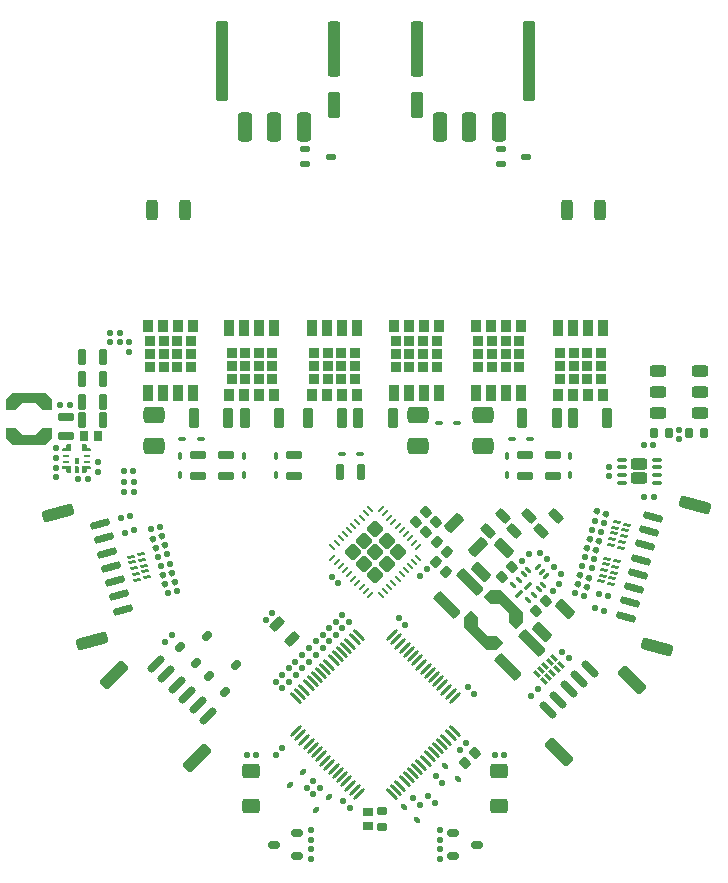
<source format=gbr>
%TF.GenerationSoftware,KiCad,Pcbnew,8.0.6-8.0.6-0~ubuntu24.04.1*%
%TF.CreationDate,2024-11-19T00:33:54+01:00*%
%TF.ProjectId,amulet_controller,616d756c-6574-45f6-936f-6e74726f6c6c,1.1*%
%TF.SameCoordinates,Original*%
%TF.FileFunction,Paste,Top*%
%TF.FilePolarity,Positive*%
%FSLAX46Y46*%
G04 Gerber Fmt 4.6, Leading zero omitted, Abs format (unit mm)*
G04 Created by KiCad (PCBNEW 8.0.6-8.0.6-0~ubuntu24.04.1) date 2024-11-19 00:33:54*
%MOMM*%
%LPD*%
G01*
G04 APERTURE LIST*
G04 Aperture macros list*
%AMRoundRect*
0 Rectangle with rounded corners*
0 $1 Rounding radius*
0 $2 $3 $4 $5 $6 $7 $8 $9 X,Y pos of 4 corners*
0 Add a 4 corners polygon primitive as box body*
4,1,4,$2,$3,$4,$5,$6,$7,$8,$9,$2,$3,0*
0 Add four circle primitives for the rounded corners*
1,1,$1+$1,$2,$3*
1,1,$1+$1,$4,$5*
1,1,$1+$1,$6,$7*
1,1,$1+$1,$8,$9*
0 Add four rect primitives between the rounded corners*
20,1,$1+$1,$2,$3,$4,$5,0*
20,1,$1+$1,$4,$5,$6,$7,0*
20,1,$1+$1,$6,$7,$8,$9,0*
20,1,$1+$1,$8,$9,$2,$3,0*%
%AMRotRect*
0 Rectangle, with rotation*
0 The origin of the aperture is its center*
0 $1 length*
0 $2 width*
0 $3 Rotation angle, in degrees counterclockwise*
0 Add horizontal line*
21,1,$1,$2,0,0,$3*%
%AMFreePoly0*
4,1,13,0.200001,0.350501,0.200001,-0.124500,0.150001,-0.174500,-0.500000,-0.174500,-0.550000,-0.124500,-0.550000,0.000501,-0.500000,0.050501,-0.249998,0.050501,-0.199998,0.100501,-0.199998,0.350501,-0.149998,0.400501,0.150001,0.400501,0.200001,0.350501,0.200001,0.350501,$1*%
%AMFreePoly1*
4,1,13,0.250001,0.124500,0.250001,-0.350503,0.200001,-0.400503,-0.099998,-0.400501,-0.149998,-0.350501,-0.149998,-0.100501,-0.199998,-0.050501,-0.450000,-0.050501,-0.500000,-0.000501,-0.500000,0.124500,-0.450000,0.174500,0.200001,0.174500,0.250001,0.124500,0.250001,0.124500,$1*%
%AMFreePoly2*
4,1,13,0.500000,0.124500,0.500000,-0.000501,0.450000,-0.050501,0.199998,-0.050501,0.149998,-0.100501,0.149998,-0.350501,0.099998,-0.400501,-0.200001,-0.400503,-0.250001,-0.350503,-0.250001,0.124500,-0.200001,0.174500,0.450000,0.174500,0.500000,0.124500,0.500000,0.124500,$1*%
%AMFreePoly3*
4,1,13,0.149998,0.350501,0.149998,0.100501,0.199998,0.050501,0.450000,0.050501,0.500000,0.000501,0.500000,-0.124500,0.450000,-0.174500,-0.200001,-0.174500,-0.250001,-0.124500,-0.250001,0.350501,-0.200001,0.400501,0.099998,0.400501,0.149998,0.350501,0.149998,0.350501,$1*%
%AMFreePoly4*
4,1,11,1.014999,1.170000,0.435000,0.575000,0.435000,-0.575000,1.014999,-1.170000,1.015000,-1.945000,0.125000,-1.945000,-0.434999,-1.395000,-0.434999,1.395000,0.125000,1.945000,1.015000,1.945000,1.014999,1.170000,1.014999,1.170000,$1*%
%AMFreePoly5*
4,1,11,0.434999,1.395000,0.434999,-1.395000,-0.125000,-1.945000,-1.015000,-1.945000,-1.014999,-1.170000,-0.435000,-0.575000,-0.435000,0.575000,-1.014999,1.170000,-1.015000,1.945000,-0.125000,1.945000,0.434999,1.395000,0.434999,1.395000,$1*%
G04 Aperture macros list end*
%ADD10C,0.000000*%
%ADD11RoundRect,0.237500X0.583363X-0.919239X0.919239X-0.583363X-0.583363X0.919239X-0.919239X0.583363X0*%
%ADD12R,0.900000X0.900000*%
%ADD13R,0.850000X1.450000*%
%ADD14R,0.850000X1.100000*%
%ADD15RoundRect,0.137500X-0.097227X-0.168402X0.168402X-0.097227X0.097227X0.168402X-0.168402X0.097227X0*%
%ADD16RoundRect,0.130000X-0.159217X-0.091924X0.091924X-0.159217X0.159217X0.091924X-0.091924X0.159217X0*%
%ADD17RoundRect,0.187500X-0.053033X0.318198X-0.318198X0.053033X0.053033X-0.318198X0.318198X-0.053033X0*%
%ADD18RoundRect,0.150000X0.350000X0.150000X-0.350000X0.150000X-0.350000X-0.150000X0.350000X-0.150000X0*%
%ADD19RoundRect,0.130000X-0.183848X0.000000X0.000000X-0.183848X0.183848X0.000000X0.000000X0.183848X0*%
%ADD20RoundRect,0.187500X-0.194454X0.459619X-0.459619X0.194454X0.194454X-0.459619X0.459619X-0.194454X0*%
%ADD21RoundRect,0.130000X-0.091924X-0.159217X0.159217X-0.091924X0.091924X0.159217X-0.159217X0.091924X0*%
%ADD22RoundRect,0.250000X-0.450000X-0.250000X0.450000X-0.250000X0.450000X0.250000X-0.450000X0.250000X0*%
%ADD23RoundRect,0.075000X-0.350000X-0.075000X0.350000X-0.075000X0.350000X0.075000X-0.350000X0.075000X0*%
%ADD24RoundRect,0.130000X0.183848X0.000000X0.000000X0.183848X-0.183848X0.000000X0.000000X-0.183848X0*%
%ADD25RoundRect,0.100000X-0.200000X-0.100000X0.200000X-0.100000X0.200000X0.100000X-0.200000X0.100000X0*%
%ADD26RotRect,0.250000X0.600000X225.000000*%
%ADD27RoundRect,0.187500X0.187500X0.462500X-0.187500X0.462500X-0.187500X-0.462500X0.187500X-0.462500X0*%
%ADD28RoundRect,0.310000X0.310000X0.940000X-0.310000X0.940000X-0.310000X-0.940000X0.310000X-0.940000X0*%
%ADD29RoundRect,0.275000X0.275000X0.822500X-0.275000X0.822500X-0.275000X-0.822500X0.275000X-0.822500X0*%
%ADD30RoundRect,0.275000X0.275000X3.122500X-0.275000X3.122500X-0.275000X-3.122500X0.275000X-3.122500X0*%
%ADD31RoundRect,0.275000X0.275000X2.077500X-0.275000X2.077500X-0.275000X-2.077500X0.275000X-2.077500X0*%
%ADD32RoundRect,0.187500X-0.462500X0.187500X-0.462500X-0.187500X0.462500X-0.187500X0.462500X0.187500X0*%
%ADD33RoundRect,0.130000X0.000000X0.183848X-0.183848X0.000000X0.000000X-0.183848X0.183848X0.000000X0*%
%ADD34RoundRect,0.137500X-0.137500X0.137500X-0.137500X-0.137500X0.137500X-0.137500X0.137500X0.137500X0*%
%ADD35RoundRect,0.100000X-0.212132X0.070711X0.070711X-0.212132X0.212132X-0.070711X-0.070711X0.212132X0*%
%ADD36RoundRect,0.240000X0.510000X-0.360000X0.510000X0.360000X-0.510000X0.360000X-0.510000X-0.360000X0*%
%ADD37RoundRect,0.137500X0.168402X0.097227X-0.097227X0.168402X-0.168402X-0.097227X0.097227X-0.168402X0*%
%ADD38RoundRect,0.195652X0.254348X0.654348X-0.254348X0.654348X-0.254348X-0.654348X0.254348X-0.654348X0*%
%ADD39RoundRect,0.137500X-0.194454X0.000000X0.000000X-0.194454X0.194454X0.000000X0.000000X0.194454X0*%
%ADD40RoundRect,0.130000X0.000000X-0.183848X0.183848X0.000000X0.000000X0.183848X-0.183848X0.000000X0*%
%ADD41RoundRect,0.162500X0.287500X-0.162500X0.287500X0.162500X-0.287500X0.162500X-0.287500X-0.162500X0*%
%ADD42RoundRect,0.187500X0.462500X-0.187500X0.462500X0.187500X-0.462500X0.187500X-0.462500X-0.187500X0*%
%ADD43RoundRect,0.195652X-0.642545X-0.282843X-0.282843X-0.642545X0.642545X0.282843X0.282843X0.642545X0*%
%ADD44RoundRect,0.137500X0.194454X0.000000X0.000000X0.194454X-0.194454X0.000000X0.000000X-0.194454X0*%
%ADD45RoundRect,0.137500X0.137500X0.137500X-0.137500X0.137500X-0.137500X-0.137500X0.137500X-0.137500X0*%
%ADD46RoundRect,0.137500X0.000000X-0.194454X0.194454X0.000000X0.000000X0.194454X-0.194454X0.000000X0*%
%ADD47RoundRect,0.350000X0.550000X-0.350000X0.550000X0.350000X-0.550000X0.350000X-0.550000X-0.350000X0*%
%ADD48RoundRect,0.130000X0.159217X0.091924X-0.091924X0.159217X-0.159217X-0.091924X0.091924X-0.159217X0*%
%ADD49RoundRect,0.130000X-0.130000X0.130000X-0.130000X-0.130000X0.130000X-0.130000X0.130000X0.130000X0*%
%ADD50RoundRect,0.175000X-0.500000X0.175000X-0.500000X-0.175000X0.500000X-0.175000X0.500000X0.175000X0*%
%ADD51RoundRect,0.137500X0.137500X-0.137500X0.137500X0.137500X-0.137500X0.137500X-0.137500X-0.137500X0*%
%ADD52RoundRect,0.187500X-0.459619X-0.194454X-0.194454X-0.459619X0.459619X0.194454X0.194454X0.459619X0*%
%ADD53RoundRect,0.206521X-0.268479X-0.643479X0.268479X-0.643479X0.268479X0.643479X-0.268479X0.643479X0*%
%ADD54RoundRect,0.187500X0.262500X-0.187500X0.262500X0.187500X-0.262500X0.187500X-0.262500X-0.187500X0*%
%ADD55RoundRect,0.150000X-0.106066X-0.318198X0.318198X0.106066X0.106066X0.318198X-0.318198X-0.106066X0*%
%ADD56RoundRect,0.137500X-0.262500X-0.137500X0.262500X-0.137500X0.262500X0.137500X-0.262500X0.137500X0*%
%ADD57RoundRect,0.062500X-0.123744X0.212132X-0.212132X0.123744X0.123744X-0.212132X0.212132X-0.123744X0*%
%ADD58RoundRect,0.062500X0.212132X0.123744X0.123744X0.212132X-0.212132X-0.123744X-0.123744X-0.212132X0*%
%ADD59RoundRect,0.062500X0.286555X0.198167X0.198167X0.286555X-0.286555X-0.198167X-0.198167X-0.286555X0*%
%ADD60RoundRect,0.130000X0.091924X0.159217X-0.159217X0.091924X-0.091924X-0.159217X0.159217X-0.091924X0*%
%ADD61RoundRect,0.130000X0.130000X0.130000X-0.130000X0.130000X-0.130000X-0.130000X0.130000X-0.130000X0*%
%ADD62RoundRect,0.206521X0.268479X0.643479X-0.268479X0.643479X-0.268479X-0.643479X0.268479X-0.643479X0*%
%ADD63RoundRect,0.150000X-0.601041X-0.388909X-0.388909X-0.601041X0.601041X0.388909X0.388909X0.601041X0*%
%ADD64RoundRect,0.250000X-0.954594X-0.601041X-0.601041X-0.954594X0.954594X0.601041X0.601041X0.954594X0*%
%ADD65RoundRect,0.187500X0.194454X-0.459619X0.459619X-0.194454X-0.194454X0.459619X-0.459619X0.194454X0*%
%ADD66FreePoly0,180.000000*%
%ADD67R,0.600000X0.250000*%
%ADD68FreePoly1,180.000000*%
%ADD69FreePoly2,180.000000*%
%ADD70FreePoly3,180.000000*%
%ADD71RoundRect,0.130000X-0.130000X-0.130000X0.130000X-0.130000X0.130000X0.130000X-0.130000X0.130000X0*%
%ADD72RoundRect,0.070000X0.325269X0.424264X-0.424264X-0.325269X-0.325269X-0.424264X0.424264X0.325269X0*%
%ADD73RoundRect,0.070000X-0.325269X0.424264X-0.424264X0.325269X0.325269X-0.424264X0.424264X-0.325269X0*%
%ADD74RoundRect,0.100000X0.100000X-0.200000X0.100000X0.200000X-0.100000X0.200000X-0.100000X-0.200000X0*%
%ADD75RoundRect,0.150000X0.637325X-0.326062X0.714971X-0.036284X-0.637325X0.326062X-0.714971X0.036284X0*%
%ADD76RoundRect,0.250000X0.997814X-0.526182X1.127223X-0.043219X-0.997814X0.526182X-1.127223X0.043219X0*%
%ADD77FreePoly4,225.000000*%
%ADD78FreePoly5,225.000000*%
%ADD79RoundRect,0.130000X0.130000X-0.130000X0.130000X0.130000X-0.130000X0.130000X-0.130000X-0.130000X0*%
%ADD80RoundRect,0.187500X-0.318198X-0.053033X-0.053033X-0.318198X0.318198X0.053033X0.053033X0.318198X0*%
%ADD81RoundRect,0.150000X0.388909X-0.601041X0.601041X-0.388909X-0.388909X0.601041X-0.601041X0.388909X0*%
%ADD82RoundRect,0.250000X0.601041X-0.954594X0.954594X-0.601041X-0.601041X0.954594X-0.954594X0.601041X0*%
%ADD83RoundRect,0.187500X0.053033X-0.318198X0.318198X-0.053033X-0.053033X0.318198X-0.318198X0.053033X0*%
%ADD84RoundRect,0.206521X-0.265165X0.644852X-0.644852X0.265165X0.265165X-0.644852X0.644852X-0.265165X0*%
%ADD85RoundRect,0.195652X-0.254348X-0.654348X0.254348X-0.654348X0.254348X0.654348X-0.254348X0.654348X0*%
%ADD86RoundRect,0.162500X0.162500X0.287500X-0.162500X0.287500X-0.162500X-0.287500X0.162500X-0.287500X0*%
%ADD87RoundRect,0.150000X-0.350000X-0.150000X0.350000X-0.150000X0.350000X0.150000X-0.350000X0.150000X0*%
%ADD88RotRect,0.250000X0.600000X255.000000*%
%ADD89RoundRect,0.100000X-0.070711X-0.212132X0.212132X0.070711X0.070711X0.212132X-0.212132X-0.070711X0*%
%ADD90RoundRect,0.187500X0.187500X0.262500X-0.187500X0.262500X-0.187500X-0.262500X0.187500X-0.262500X0*%
%ADD91RoundRect,0.100000X0.200000X0.100000X-0.200000X0.100000X-0.200000X-0.100000X0.200000X-0.100000X0*%
%ADD92RoundRect,0.137500X0.000000X0.194454X-0.194454X0.000000X0.000000X-0.194454X0.194454X0.000000X0*%
%ADD93RoundRect,0.187500X-0.187500X-0.462500X0.187500X-0.462500X0.187500X0.462500X-0.187500X0.462500X0*%
%ADD94RotRect,0.250000X0.600000X105.000000*%
%ADD95FreePoly4,90.000000*%
%ADD96FreePoly5,90.000000*%
%ADD97RoundRect,0.230000X0.000000X0.487904X-0.487904X0.000000X0.000000X-0.487904X0.487904X0.000000X0*%
%ADD98RoundRect,0.234000X0.000000X0.496389X-0.496389X0.000000X0.000000X-0.496389X0.496389X0.000000X0*%
%ADD99RoundRect,0.055000X0.134350X0.212132X-0.212132X-0.134350X-0.134350X-0.212132X0.212132X0.134350X0*%
%ADD100RoundRect,0.055000X-0.134350X0.212132X-0.212132X0.134350X0.134350X-0.212132X0.212132X-0.134350X0*%
%ADD101RoundRect,0.150000X-0.714971X-0.036284X-0.637325X-0.326062X0.714971X0.036284X0.637325X0.326062X0*%
%ADD102RoundRect,0.250000X-1.127223X-0.043219X-0.997814X-0.526182X1.127223X0.043219X0.997814X0.526182X0*%
%ADD103RoundRect,0.250000X0.450000X0.250000X-0.450000X0.250000X-0.450000X-0.250000X0.450000X-0.250000X0*%
G04 APERTURE END LIST*
D10*
%TO.C,U2*%
G36*
X123375400Y-87538101D02*
G01*
X123375400Y-87988100D01*
X123325400Y-88038100D01*
X123075401Y-88038100D01*
X123025401Y-87988100D01*
X123025401Y-87538101D01*
X123075401Y-87488101D01*
X123325400Y-87488101D01*
X123375400Y-87538101D01*
G37*
G36*
X123375400Y-87538101D02*
G01*
X123375400Y-87988100D01*
X123325400Y-88038100D01*
X123075401Y-88038100D01*
X123025401Y-87988100D01*
X123025401Y-87538101D01*
X123075401Y-87488101D01*
X123325400Y-87488101D01*
X123375400Y-87538101D01*
G37*
G36*
X123375400Y-86788103D02*
G01*
X123375397Y-87238102D01*
X123325397Y-87288102D01*
X123075398Y-87288102D01*
X123025398Y-87238102D01*
X123025398Y-86788103D01*
X123075398Y-86738103D01*
X123325400Y-86738103D01*
X123375400Y-86788103D01*
G37*
G36*
X122750397Y-87513600D02*
G01*
X122750400Y-87913600D01*
X122700400Y-87963602D01*
X122400401Y-87963602D01*
X122350401Y-87913602D01*
X122350401Y-87738601D01*
X122300401Y-87688601D01*
X122050401Y-87688601D01*
X122000401Y-87638599D01*
X122000404Y-87513600D01*
X122050401Y-87463603D01*
X122700400Y-87463603D01*
X122750397Y-87513600D01*
G37*
G36*
X124400394Y-87513600D02*
G01*
X124400397Y-87638599D01*
X124350397Y-87688601D01*
X124100397Y-87688601D01*
X124050397Y-87738601D01*
X124050397Y-87913602D01*
X124000397Y-87963602D01*
X123700398Y-87963602D01*
X123650398Y-87913600D01*
X123650401Y-87513600D01*
X123700398Y-87463603D01*
X124350397Y-87463603D01*
X124400394Y-87513600D01*
G37*
G36*
X124000397Y-85637599D02*
G01*
X124050397Y-85687599D01*
X124050397Y-85937599D01*
X124100397Y-85987599D01*
X124350399Y-85987599D01*
X124400399Y-86037599D01*
X124400399Y-86162600D01*
X124350399Y-86212600D01*
X123700398Y-86212600D01*
X123650398Y-86162600D01*
X123650398Y-85687597D01*
X123700398Y-85637597D01*
X124000397Y-85637599D01*
G37*
%TD*%
D11*
%TO.C,C38*%
X159742740Y-104427232D03*
X161722638Y-102447334D03*
%TD*%
D12*
%TO.C,Q3*%
X146775400Y-77900100D03*
X145625400Y-77900100D03*
X144475400Y-77900100D03*
X143325400Y-77900100D03*
X146775400Y-79000100D03*
X145625400Y-79000100D03*
X144475400Y-79000100D03*
X143325400Y-79000100D03*
X146775400Y-80100100D03*
X145625400Y-80100100D03*
X144475400Y-80100100D03*
X143325400Y-80100100D03*
D13*
X146955400Y-75750100D03*
X145685400Y-75750100D03*
X144415400Y-75750100D03*
X143145400Y-75750100D03*
D14*
X143145400Y-81425100D03*
X144415400Y-81425100D03*
X145685400Y-81425100D03*
X146955400Y-81425100D03*
%TD*%
D15*
%TO.C,R42*%
X130521710Y-96685879D03*
X131294450Y-96478823D03*
%TD*%
D16*
%TO.C,C124*%
X165415645Y-98241230D03*
X166188385Y-98448286D03*
%TD*%
D17*
%TO.C,C1*%
X156924664Y-111725836D03*
X156076136Y-112574364D03*
%TD*%
D18*
%TO.C,Q7*%
X141900400Y-120450100D03*
X141900400Y-118550100D03*
X139900400Y-119500100D03*
%TD*%
D19*
%TO.C,C128*%
X164307557Y-103177257D03*
X164873243Y-103742943D03*
%TD*%
D20*
%TO.C,C16*%
X159286796Y-91663704D03*
X158014004Y-92936496D03*
%TD*%
D15*
%TO.C,R40*%
X129693490Y-93594919D03*
X130466230Y-93387863D03*
%TD*%
D21*
%TO.C,C113*%
X126943013Y-91862072D03*
X127715753Y-91655016D03*
%TD*%
D22*
%TO.C,U10*%
X170850400Y-87300100D03*
X170850400Y-88500100D03*
D23*
X169400400Y-86925100D03*
X169400400Y-87575100D03*
X169400400Y-88225100D03*
X169400400Y-88875100D03*
X172300400Y-88875100D03*
X172300400Y-88225100D03*
X172300400Y-87575100D03*
X172300400Y-86925100D03*
%TD*%
D24*
%TO.C,C5*%
X146333243Y-116382943D03*
X145767557Y-115817257D03*
%TD*%
D25*
%TO.C,D8*%
X145650400Y-86425100D03*
X147200400Y-86425100D03*
%TD*%
D26*
%TO.C,D26*%
X163594460Y-103679943D03*
X163240907Y-104033496D03*
X162887354Y-104387050D03*
X162533800Y-104740603D03*
X162180247Y-105094156D03*
X162781288Y-105695197D03*
X163134841Y-105341644D03*
X163488394Y-104988090D03*
X163841948Y-104634537D03*
X164195501Y-104280984D03*
%TD*%
D27*
%TO.C,C20*%
X125475399Y-83548100D03*
X123675399Y-83548100D03*
%TD*%
D28*
%TO.C,J12*%
X153950400Y-58785100D03*
X156450400Y-58785100D03*
X158950400Y-58785100D03*
D29*
X151980400Y-56857600D03*
D30*
X161520400Y-53152600D03*
D31*
X151980400Y-52107600D03*
%TD*%
D32*
%TO.C,R10*%
X163524600Y-86525000D03*
X163524600Y-88325000D03*
%TD*%
D33*
%TO.C,C8*%
X156208243Y-110917257D03*
X155642557Y-111482943D03*
%TD*%
D34*
%TO.C,R30*%
X127200400Y-88825100D03*
X127200400Y-89625100D03*
%TD*%
D35*
%TO.C,D19*%
X150952392Y-116352092D03*
X152048408Y-117448108D03*
%TD*%
D33*
%TO.C,C2*%
X139783243Y-99917257D03*
X139217557Y-100482943D03*
%TD*%
D36*
%TO.C,D13*%
X159000400Y-116250100D03*
X159000400Y-113250100D03*
%TD*%
D37*
%TO.C,R37*%
X167217538Y-94588123D03*
X166444798Y-94381067D03*
%TD*%
D38*
%TO.C,C95*%
X163840000Y-83400000D03*
X160940000Y-83400000D03*
%TD*%
D39*
%TO.C,R6*%
X162429743Y-94775222D03*
X162995429Y-95340908D03*
%TD*%
D40*
%TO.C,C94*%
X152292557Y-96732943D03*
X152858243Y-96167257D03*
%TD*%
D41*
%TO.C,R52*%
X149100000Y-118000000D03*
X149100000Y-116700000D03*
%TD*%
D12*
%TO.C,Q4*%
X150225400Y-79100100D03*
X151375400Y-79100100D03*
X152525400Y-79100100D03*
X153675400Y-79100100D03*
X150225400Y-78000100D03*
X151375400Y-78000100D03*
X152525400Y-78000100D03*
X153675400Y-78000100D03*
X150225400Y-76900100D03*
X151375400Y-76900100D03*
X152525400Y-76900100D03*
X153675400Y-76900100D03*
D13*
X150045400Y-81250100D03*
X151315400Y-81250100D03*
X152585400Y-81250100D03*
X153855400Y-81250100D03*
D14*
X153855400Y-75575100D03*
X152585400Y-75575100D03*
X151315400Y-75575100D03*
X150045400Y-75575100D03*
%TD*%
D42*
%TO.C,R11*%
X161150000Y-88325000D03*
X161150000Y-86525000D03*
%TD*%
D43*
%TO.C,C89*%
X155175095Y-92299795D03*
X157225705Y-94350405D03*
%TD*%
D44*
%TO.C,R3*%
X144033243Y-102857943D03*
X143467557Y-102292257D03*
%TD*%
D42*
%TO.C,R17*%
X133480000Y-88325000D03*
X133480000Y-86525000D03*
%TD*%
D16*
%TO.C,C120*%
X166234207Y-95147684D03*
X167006947Y-95354740D03*
%TD*%
D19*
%TO.C,C90*%
X144792557Y-96817257D03*
X145358243Y-97382943D03*
%TD*%
%TO.C,C9*%
X156307557Y-106167257D03*
X156873243Y-106732943D03*
%TD*%
D45*
%TO.C,R23*%
X138400400Y-111950100D03*
X137600400Y-111950100D03*
%TD*%
D40*
%TO.C,C28*%
X163505044Y-98048626D03*
X164070730Y-97482940D03*
%TD*%
D46*
%TO.C,R47*%
X143242557Y-115257943D03*
X143808243Y-114692257D03*
%TD*%
D28*
%TO.C,J13*%
X137450400Y-58785100D03*
X139950400Y-58785100D03*
X142450400Y-58785100D03*
D30*
X135480400Y-53152600D03*
D29*
X145020400Y-56860100D03*
D31*
X145020400Y-52110100D03*
%TD*%
D47*
%TO.C,R12*%
X157575400Y-85790000D03*
X157575400Y-83090000D03*
%TD*%
D48*
%TO.C,C114*%
X168211752Y-98498689D03*
X167439012Y-98291633D03*
%TD*%
D40*
%TO.C,C11*%
X142309714Y-104590786D03*
X142875400Y-104025100D03*
%TD*%
D49*
%TO.C,C27*%
X121440400Y-85940100D03*
X121440400Y-86740100D03*
%TD*%
D37*
%TO.C,R35*%
X166385783Y-97672957D03*
X165613043Y-97465901D03*
%TD*%
D15*
%TO.C,R43*%
X130726866Y-97458621D03*
X131499606Y-97251565D03*
%TD*%
D45*
%TO.C,R33*%
X172040400Y-85700100D03*
X171240400Y-85700100D03*
%TD*%
D12*
%TO.C,Q6*%
X129410401Y-79100100D03*
X130560401Y-79100100D03*
X131710401Y-79100100D03*
X132860401Y-79100100D03*
X129410401Y-78000100D03*
X130560401Y-78000100D03*
X131710401Y-78000100D03*
X132860401Y-78000100D03*
X129410401Y-76900100D03*
X130560401Y-76900100D03*
X131710401Y-76900100D03*
X132860401Y-76900100D03*
D13*
X129230401Y-81250100D03*
X130500401Y-81250100D03*
X131770401Y-81250100D03*
X133040401Y-81250100D03*
D14*
X133040401Y-75575100D03*
X131770401Y-75575100D03*
X130500401Y-75575100D03*
X129230401Y-75575100D03*
%TD*%
D50*
%TO.C,C37*%
X122300399Y-83288100D03*
X122300399Y-84888100D03*
%TD*%
D51*
%TO.C,TH1*%
X127640000Y-77780000D03*
X127640000Y-76980000D03*
%TD*%
D52*
%TO.C,FB1*%
X140164004Y-100863704D03*
X141436796Y-102136496D03*
%TD*%
D21*
%TO.C,C115*%
X127274030Y-93093628D03*
X128046770Y-92886572D03*
%TD*%
D53*
%TO.C,C50*%
X164700000Y-65800000D03*
X167500000Y-65800000D03*
%TD*%
D19*
%TO.C,C3*%
X150467557Y-100342257D03*
X151033243Y-100907943D03*
%TD*%
D51*
%TO.C,R25*%
X153950400Y-119100100D03*
X153950400Y-118300100D03*
%TD*%
D54*
%TO.C,C130*%
X147900000Y-117950000D03*
X147900000Y-116750000D03*
%TD*%
D48*
%TO.C,C112*%
X167886770Y-99703628D03*
X167114030Y-99496572D03*
%TD*%
D16*
%TO.C,C118*%
X166857614Y-92840410D03*
X167630354Y-93047466D03*
%TD*%
D47*
%TO.C,R18*%
X129760000Y-85790000D03*
X129760000Y-83090000D03*
%TD*%
D34*
%TO.C,R22*%
X143050400Y-119900100D03*
X143050400Y-120700100D03*
%TD*%
D55*
%TO.C,D27*%
X131947148Y-102795331D03*
X133290651Y-104138834D03*
X134245245Y-101840737D03*
%TD*%
D56*
%TO.C,D24*%
X159125400Y-60600100D03*
X159125400Y-61900100D03*
X161275400Y-61250100D03*
%TD*%
D57*
%TO.C,U3*%
X161439790Y-98805731D03*
X161899409Y-98346112D03*
X162359029Y-97886492D03*
X162712582Y-97532939D03*
D58*
X162942392Y-96737444D03*
X162588838Y-96383891D03*
X162235285Y-96030337D03*
D57*
X161439790Y-96260147D03*
X161086237Y-96613700D03*
X160626617Y-97073320D03*
X160166998Y-97532939D03*
D59*
X160683009Y-98289720D03*
X161400899Y-97571830D03*
%TD*%
D60*
%TO.C,C123*%
X130252703Y-92590975D03*
X129479963Y-92798031D03*
%TD*%
D24*
%TO.C,C26*%
X164215193Y-96560668D03*
X163649507Y-95994982D03*
%TD*%
D17*
%TO.C,C23*%
X160056864Y-96038036D03*
X159208336Y-96886564D03*
%TD*%
D61*
%TO.C,C108*%
X172050401Y-90100103D03*
X171250401Y-90100103D03*
%TD*%
D17*
%TO.C,C88*%
X152774664Y-91355836D03*
X151926136Y-92204364D03*
%TD*%
D12*
%TO.C,Q1*%
X167575400Y-77900100D03*
X166425400Y-77900100D03*
X165275400Y-77900100D03*
X164125400Y-77900100D03*
X167575400Y-79000100D03*
X166425400Y-79000100D03*
X165275400Y-79000100D03*
X164125400Y-79000100D03*
X167575400Y-80100100D03*
X166425400Y-80100100D03*
X165275400Y-80100100D03*
X164125400Y-80100100D03*
D13*
X167755400Y-75750100D03*
X166485400Y-75750100D03*
X165215400Y-75750100D03*
X163945400Y-75750100D03*
D14*
X163945400Y-81425100D03*
X165215400Y-81425100D03*
X166485400Y-81425100D03*
X167755400Y-81425100D03*
%TD*%
D40*
%TO.C,C127*%
X161667557Y-106932943D03*
X162233243Y-106367257D03*
%TD*%
D62*
%TO.C,C66*%
X132350000Y-65800000D03*
X129550000Y-65800000D03*
%TD*%
D63*
%TO.C,J10*%
X129921170Y-104184914D03*
X130805053Y-105068797D03*
X131688937Y-105952681D03*
X132572820Y-106836564D03*
X133456704Y-107720448D03*
X134340587Y-108604331D03*
D64*
X126350281Y-105139508D03*
X133385993Y-112175220D03*
%TD*%
D65*
%TO.C,C18*%
X162514004Y-92936496D03*
X163786796Y-91663704D03*
%TD*%
D66*
%TO.C,U2*%
X123850399Y-87638100D03*
D67*
X124100399Y-87088100D03*
X124100399Y-86588100D03*
D68*
X123900399Y-86038100D03*
D69*
X122500399Y-86038100D03*
D67*
X122300399Y-86588100D03*
X122300399Y-87088100D03*
D70*
X122500399Y-87638100D03*
%TD*%
D71*
%TO.C,C29*%
X121825400Y-82250100D03*
X122625400Y-82250100D03*
%TD*%
D45*
%TO.C,R4*%
X124150398Y-88563101D03*
X123350398Y-88563101D03*
%TD*%
D42*
%TO.C,R16*%
X135860000Y-88325000D03*
X135860000Y-86525000D03*
%TD*%
D72*
%TO.C,U1*%
X155217914Y-107085886D03*
X154864361Y-106732333D03*
X154510808Y-106378780D03*
X154157254Y-106025226D03*
X153803701Y-105671673D03*
X153450147Y-105318119D03*
X153096594Y-104964566D03*
X152743041Y-104611013D03*
X152389487Y-104257459D03*
X152035934Y-103903906D03*
X151682381Y-103550353D03*
X151328827Y-103196799D03*
X150975274Y-102843246D03*
X150621720Y-102489692D03*
X150268167Y-102136139D03*
X149914614Y-101782586D03*
D73*
X147086186Y-101782586D03*
X146732633Y-102136139D03*
X146379080Y-102489692D03*
X146025526Y-102843246D03*
X145671973Y-103196799D03*
X145318419Y-103550353D03*
X144964866Y-103903906D03*
X144611313Y-104257459D03*
X144257759Y-104611013D03*
X143904206Y-104964566D03*
X143550653Y-105318119D03*
X143197099Y-105671673D03*
X142843546Y-106025226D03*
X142489992Y-106378780D03*
X142136439Y-106732333D03*
X141782886Y-107085886D03*
D72*
X141782886Y-109914314D03*
X142136439Y-110267867D03*
X142489992Y-110621420D03*
X142843546Y-110974974D03*
X143197099Y-111328527D03*
X143550653Y-111682081D03*
X143904206Y-112035634D03*
X144257759Y-112389187D03*
X144611313Y-112742741D03*
X144964866Y-113096294D03*
X145318419Y-113449847D03*
X145671973Y-113803401D03*
X146025526Y-114156954D03*
X146379080Y-114510508D03*
X146732633Y-114864061D03*
X147086186Y-115217614D03*
D73*
X149914614Y-115217614D03*
X150268167Y-114864061D03*
X150621720Y-114510508D03*
X150975274Y-114156954D03*
X151328827Y-113803401D03*
X151682381Y-113449847D03*
X152035934Y-113096294D03*
X152389487Y-112742741D03*
X152743041Y-112389187D03*
X153096594Y-112035634D03*
X153450147Y-111682081D03*
X153803701Y-111328527D03*
X154157254Y-110974974D03*
X154510808Y-110621420D03*
X154864361Y-110267867D03*
X155217914Y-109914314D03*
%TD*%
D74*
%TO.C,D4*%
X165010000Y-88175000D03*
X165010000Y-86625000D03*
%TD*%
D24*
%TO.C,C14*%
X143458243Y-103432943D03*
X142892557Y-102867257D03*
%TD*%
D44*
%TO.C,R44*%
X152258243Y-116157943D03*
X151692557Y-115592257D03*
%TD*%
D46*
%TO.C,R45*%
X142692557Y-114707943D03*
X143258243Y-114142257D03*
%TD*%
D15*
%TO.C,R41*%
X129900542Y-94367662D03*
X130673282Y-94160606D03*
%TD*%
D75*
%TO.C,J6*%
X169721104Y-100197210D03*
X170044628Y-98989803D03*
X170368152Y-97782396D03*
X170691675Y-96574988D03*
X171015199Y-95367581D03*
X171338723Y-94160174D03*
X171662247Y-92952767D03*
X171985771Y-91745359D03*
D76*
X172333251Y-102812394D03*
X175555547Y-90786617D03*
%TD*%
D17*
%TO.C,C25*%
X162934664Y-98915836D03*
X162086136Y-99764364D03*
%TD*%
D49*
%TO.C,C129*%
X174200400Y-84400100D03*
X174200400Y-85200100D03*
%TD*%
%TO.C,C103*%
X128050400Y-88825100D03*
X128050400Y-89625100D03*
%TD*%
D16*
%TO.C,C116*%
X167064671Y-92067672D03*
X167837411Y-92274728D03*
%TD*%
D77*
%TO.C,L2*%
X159735665Y-99237066D03*
D78*
X157239579Y-101733152D03*
%TD*%
D74*
%TO.C,D7*%
X140120000Y-88175000D03*
X140120000Y-86625000D03*
%TD*%
D79*
%TO.C,C109*%
X168250402Y-88300100D03*
X168250402Y-87500100D03*
%TD*%
D80*
%TO.C,C93*%
X153651136Y-95575836D03*
X154499664Y-96424364D03*
%TD*%
D74*
%TO.C,D10*%
X137340000Y-88180000D03*
X137340000Y-86630000D03*
%TD*%
D81*
%TO.C,J14*%
X163099486Y-108134719D03*
X163983369Y-107250836D03*
X164867252Y-106366952D03*
X165751136Y-105483069D03*
X166635019Y-104599186D03*
D82*
X164054080Y-111705609D03*
X170205909Y-105553780D03*
%TD*%
D83*
%TO.C,C92*%
X152776136Y-93054364D03*
X153624664Y-92205836D03*
%TD*%
D84*
%TO.C,C21*%
X159410349Y-94410151D03*
X157430451Y-96390049D03*
%TD*%
D60*
%TO.C,C121*%
X130880335Y-94933344D03*
X130107595Y-95140400D03*
%TD*%
D34*
%TO.C,R24*%
X153950400Y-119900100D03*
X153950400Y-120700100D03*
%TD*%
D56*
%TO.C,D25*%
X142575400Y-60600100D03*
X142575400Y-61900100D03*
X144725400Y-61250100D03*
%TD*%
D40*
%TO.C,C126*%
X130717557Y-102332943D03*
X131283243Y-101767257D03*
%TD*%
D47*
%TO.C,R15*%
X152100000Y-85790000D03*
X152100000Y-83090000D03*
%TD*%
D60*
%TO.C,C119*%
X131087395Y-95706085D03*
X130314655Y-95913141D03*
%TD*%
D24*
%TO.C,C13*%
X144608243Y-102282943D03*
X144042557Y-101717257D03*
%TD*%
D85*
%TO.C,C96*%
X137450400Y-83400100D03*
X140350400Y-83400100D03*
%TD*%
D40*
%TO.C,C7*%
X141734714Y-104015786D03*
X142300400Y-103450100D03*
%TD*%
D11*
%TO.C,C30*%
X154545502Y-99229998D03*
X156525400Y-97250100D03*
%TD*%
D86*
%TO.C,R51*%
X173350400Y-84680098D03*
X172050400Y-84680098D03*
%TD*%
D74*
%TO.C,D5*%
X159670000Y-88175000D03*
X159670000Y-86625000D03*
%TD*%
D45*
%TO.C,R27*%
X126840000Y-76980000D03*
X126040000Y-76980000D03*
%TD*%
D87*
%TO.C,Q8*%
X155100400Y-118550100D03*
X155100400Y-120450100D03*
X157100400Y-119500100D03*
%TD*%
D25*
%TO.C,D6*%
X153850000Y-83800000D03*
X155400000Y-83800000D03*
%TD*%
D88*
%TO.C,D16*%
X168954468Y-92199176D03*
X168825058Y-92682139D03*
X168695649Y-93165102D03*
X168566239Y-93648065D03*
X168436829Y-94131028D03*
X169257866Y-94351024D03*
X169387276Y-93868061D03*
X169516685Y-93385098D03*
X169646095Y-92902135D03*
X169775505Y-92419172D03*
%TD*%
D74*
%TO.C,D11*%
X131990000Y-88180000D03*
X131990000Y-86630000D03*
%TD*%
D36*
%TO.C,D12*%
X138000400Y-116250100D03*
X138000400Y-113250100D03*
%TD*%
D86*
%TO.C,R50*%
X176350400Y-84680099D03*
X175050400Y-84680099D03*
%TD*%
D89*
%TO.C,D22*%
X143452392Y-116548108D03*
X144548408Y-115452092D03*
%TD*%
D44*
%TO.C,R2*%
X145158243Y-101732943D03*
X144592557Y-101167257D03*
%TD*%
D20*
%TO.C,FB3*%
X161536796Y-91663704D03*
X160264004Y-92936496D03*
%TD*%
D90*
%TO.C,C22*%
X124990400Y-84910100D03*
X123790400Y-84910100D03*
%TD*%
D61*
%TO.C,C101*%
X126840000Y-76170000D03*
X126040000Y-76170000D03*
%TD*%
D46*
%TO.C,R8*%
X140067557Y-111932943D03*
X140633243Y-111367257D03*
%TD*%
D37*
%TO.C,R38*%
X167423301Y-93820205D03*
X166650561Y-93613149D03*
%TD*%
D91*
%TO.C,D3*%
X161615000Y-85200000D03*
X160065000Y-85200000D03*
%TD*%
D92*
%TO.C,R5*%
X161507470Y-94919674D03*
X160941784Y-95485360D03*
%TD*%
D44*
%TO.C,R46*%
X154158243Y-114257943D03*
X153592557Y-113692257D03*
%TD*%
D84*
%TO.C,C19*%
X164560349Y-99560151D03*
X162580451Y-101540049D03*
%TD*%
D44*
%TO.C,R1*%
X145708243Y-101182943D03*
X145142557Y-100617257D03*
%TD*%
D42*
%TO.C,R13*%
X141600400Y-88325100D03*
X141600400Y-86525100D03*
%TD*%
D38*
%TO.C,C98*%
X145675000Y-83400000D03*
X142775000Y-83400000D03*
%TD*%
D16*
%TO.C,C122*%
X166027151Y-95920421D03*
X166799891Y-96127477D03*
%TD*%
D24*
%TO.C,C4*%
X140608243Y-106282943D03*
X140042557Y-105717257D03*
%TD*%
D85*
%TO.C,C97*%
X147050000Y-83400000D03*
X149950000Y-83400000D03*
%TD*%
D33*
%TO.C,C6*%
X141175400Y-104575100D03*
X140609714Y-105140786D03*
%TD*%
%TO.C,C10*%
X141750400Y-105150100D03*
X141184714Y-105715786D03*
%TD*%
D37*
%TO.C,R39*%
X168044463Y-91501991D03*
X167271723Y-91294935D03*
%TD*%
D93*
%TO.C,R14*%
X145520401Y-87975100D03*
X147320401Y-87975100D03*
%TD*%
D94*
%TO.C,D17*%
X129141797Y-96848571D03*
X129012387Y-96365608D03*
X128882977Y-95882645D03*
X128753568Y-95399682D03*
X128624158Y-94916719D03*
X127803121Y-95136715D03*
X127932531Y-95619678D03*
X128061941Y-96102641D03*
X128191350Y-96585604D03*
X128320760Y-97068567D03*
%TD*%
D80*
%TO.C,C91*%
X153686136Y-93850836D03*
X154534664Y-94699364D03*
%TD*%
D93*
%TO.C,C15*%
X123670400Y-78200100D03*
X125470400Y-78200100D03*
%TD*%
D45*
%TO.C,R26*%
X159400400Y-111950100D03*
X158600400Y-111950100D03*
%TD*%
D89*
%TO.C,D20*%
X141302392Y-114448108D03*
X142398408Y-113352092D03*
%TD*%
D55*
%TO.C,D23*%
X134386666Y-105234849D03*
X135730169Y-106578352D03*
X136684763Y-104280255D03*
%TD*%
D85*
%TO.C,C100*%
X165225400Y-83400100D03*
X168125400Y-83400100D03*
%TD*%
D95*
%TO.C,L1*%
X119200400Y-85245100D03*
D96*
X119200400Y-81715100D03*
%TD*%
D51*
%TO.C,R21*%
X143050400Y-119100100D03*
X143050400Y-118300100D03*
%TD*%
D24*
%TO.C,C12*%
X146258243Y-100632943D03*
X145692557Y-100067257D03*
%TD*%
D37*
%TO.C,R36*%
X166592834Y-96900218D03*
X165820094Y-96693162D03*
%TD*%
D97*
%TO.C,U6*%
X150437873Y-94750100D03*
D98*
X149469136Y-93781364D03*
D97*
X148500400Y-92812627D03*
X149469136Y-95718836D03*
X148500400Y-94750100D03*
X147531664Y-93781364D03*
X148500400Y-96687573D03*
X147531664Y-95718836D03*
X146562927Y-94750100D03*
D99*
X152142000Y-94290481D03*
X151788447Y-93936927D03*
X151434893Y-93583374D03*
X151081340Y-93229820D03*
X150727786Y-92876267D03*
X150374233Y-92522714D03*
X150020680Y-92169160D03*
X149667126Y-91815607D03*
X149313573Y-91462053D03*
X148960019Y-91108500D03*
D100*
X148040781Y-91108500D03*
X147687227Y-91462053D03*
X147333674Y-91815607D03*
X146980120Y-92169160D03*
X146626567Y-92522714D03*
X146273014Y-92876267D03*
X145919460Y-93229820D03*
X145565907Y-93583374D03*
X145212353Y-93936927D03*
X144858800Y-94290481D03*
D99*
X144858800Y-95209719D03*
X145212353Y-95563273D03*
X145565907Y-95916826D03*
X145919460Y-96270380D03*
X146273014Y-96623933D03*
X146626567Y-96977486D03*
X146980120Y-97331040D03*
X147333674Y-97684593D03*
X147687227Y-98038147D03*
X148040781Y-98391700D03*
D100*
X148960019Y-98391700D03*
X149313573Y-98038147D03*
X149667126Y-97684593D03*
X150020680Y-97331040D03*
X150374233Y-96977486D03*
X150727786Y-96623933D03*
X151081340Y-96270380D03*
X151434893Y-95916826D03*
X151788447Y-95563273D03*
X152142000Y-95209719D03*
%TD*%
D12*
%TO.C,Q2*%
X157225400Y-79100100D03*
X158375400Y-79100100D03*
X159525400Y-79100100D03*
X160675400Y-79100100D03*
X157225400Y-78000100D03*
X158375400Y-78000100D03*
X159525400Y-78000100D03*
X160675400Y-78000100D03*
X157225400Y-76900100D03*
X158375400Y-76900100D03*
X159525400Y-76900100D03*
X160675400Y-76900100D03*
D13*
X157045400Y-81250100D03*
X158315400Y-81250100D03*
X159585400Y-81250100D03*
X160855400Y-81250100D03*
D14*
X160855400Y-75575100D03*
X159585400Y-75575100D03*
X158315400Y-75575100D03*
X157045400Y-75575100D03*
%TD*%
D49*
%TO.C,C24*%
X121440400Y-87613101D03*
X121440400Y-88413101D03*
%TD*%
D27*
%TO.C,C17*%
X125475400Y-82010100D03*
X123675400Y-82010100D03*
%TD*%
D91*
%TO.C,D9*%
X133695000Y-85200000D03*
X132145000Y-85200000D03*
%TD*%
D101*
%TO.C,J7*%
X125156791Y-92369063D03*
X125480315Y-93576470D03*
X125803839Y-94783877D03*
X126127363Y-95991285D03*
X126450887Y-97198692D03*
X126774410Y-98406099D03*
X127097934Y-99613507D03*
D102*
X121587013Y-91410321D03*
X124485787Y-102228690D03*
%TD*%
D44*
%TO.C,R9*%
X153553243Y-115982943D03*
X152987557Y-115417257D03*
%TD*%
D34*
%TO.C,R7*%
X125000400Y-87150100D03*
X125000400Y-87950100D03*
%TD*%
D12*
%TO.C,Q5*%
X139775400Y-77900100D03*
X138625400Y-77900100D03*
X137475400Y-77900100D03*
X136325400Y-77900100D03*
X139775400Y-79000100D03*
X138625400Y-79000100D03*
X137475400Y-79000100D03*
X136325400Y-79000100D03*
X139775400Y-80100100D03*
X138625400Y-80100100D03*
X137475400Y-80100100D03*
X136325400Y-80100100D03*
D13*
X139955400Y-75750100D03*
X138685400Y-75750100D03*
X137415400Y-75750100D03*
X136145400Y-75750100D03*
D14*
X136145400Y-81425100D03*
X137415400Y-81425100D03*
X138685400Y-81425100D03*
X139955400Y-81425100D03*
%TD*%
D35*
%TO.C,D21*%
X154427392Y-112877092D03*
X155523408Y-113973108D03*
%TD*%
D93*
%TO.C,FB2*%
X123670400Y-80100100D03*
X125470400Y-80100100D03*
%TD*%
D103*
%TO.C,SW1*%
X175950400Y-82930100D03*
X175950400Y-81180100D03*
X175950400Y-79430100D03*
X172450400Y-82930100D03*
X172450400Y-81180100D03*
X172450400Y-79430100D03*
%TD*%
D45*
%TO.C,R29*%
X128000400Y-87875102D03*
X127200400Y-87875102D03*
%TD*%
D60*
%TO.C,C117*%
X131706661Y-98024305D03*
X130933921Y-98231361D03*
%TD*%
D88*
%TO.C,D18*%
X168123701Y-95292307D03*
X167994291Y-95775270D03*
X167864882Y-96258233D03*
X167735472Y-96741196D03*
X167606062Y-97224159D03*
X168427099Y-97444155D03*
X168556509Y-96961192D03*
X168685918Y-96478229D03*
X168815328Y-95995266D03*
X168944738Y-95512303D03*
%TD*%
D38*
%TO.C,C99*%
X136050000Y-83400000D03*
X133150000Y-83400000D03*
%TD*%
M02*

</source>
